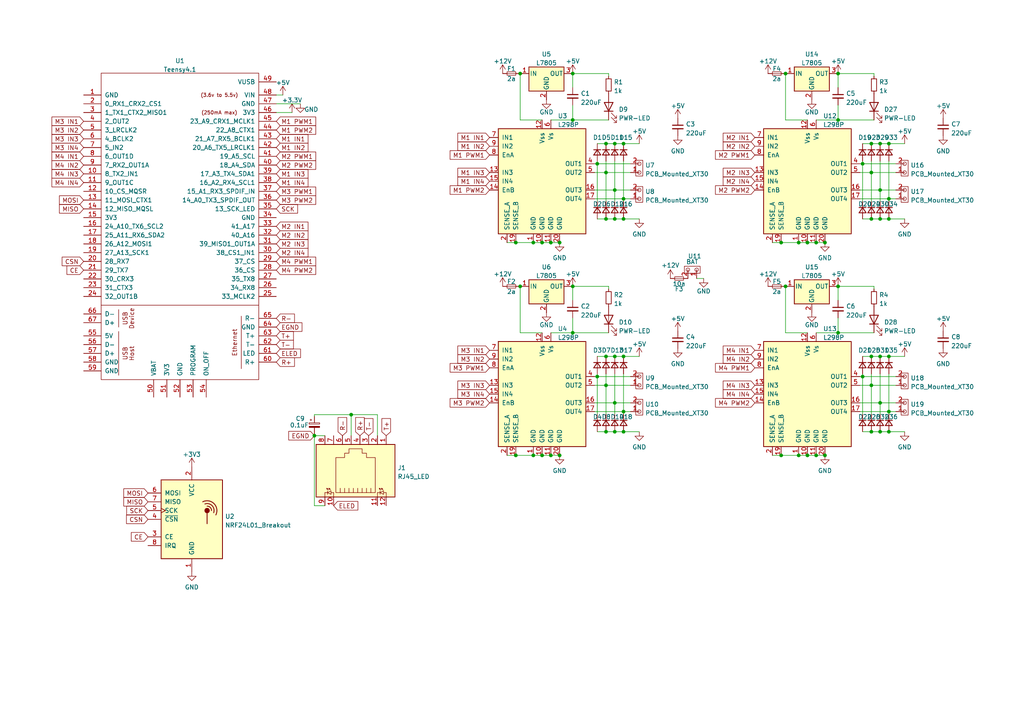
<source format=kicad_sch>
(kicad_sch (version 20211123) (generator eeschema)
  (paper "A4")
  (junction (at 159.766 132.08))
  (junction (at 175.768 50.038))
  (junction (at 250.19 109.22))
  (junction (at 175.768 63.5))
  (junction (at 252.73 50.038))
  (junction (at 257.81 63.5))
  (junction (at 149.606 132.08))
  (junction (at 173.228 47.498))
  (junction (at 226.568 70.358))
  (junction (at 180.848 63.5))
  (junction (at 255.27 125.222))
  (junction (at 257.81 125.222))
  (junction (at 234.188 70.358))
  (junction (at 180.848 119.38))
  (junction (at 236.728 70.358))
  (junction (at 175.768 103.378))
  (junction (at 243.078 83.058))
  (junction (at 178.308 125.222))
  (junction (at 159.766 70.358))
  (junction (at 166.116 96.52))
  (junction (at 255.27 55.118))
  (junction (at 154.686 70.358))
  (junction (at 227.838 83.058))
  (junction (at 178.308 103.378))
  (junction (at 178.308 55.118))
  (junction (at 252.73 125.222))
  (junction (at 180.848 125.222))
  (junction (at 252.73 103.378))
  (junction (at 243.078 96.52))
  (junction (at 226.568 132.08))
  (junction (at 180.848 57.658))
  (junction (at 175.768 41.656))
  (junction (at 243.078 21.336))
  (junction (at 166.116 83.058))
  (junction (at 166.116 21.336))
  (junction (at 255.27 116.84))
  (junction (at 178.308 63.5))
  (junction (at 239.268 132.08))
  (junction (at 250.19 47.498))
  (junction (at 234.188 132.08))
  (junction (at 252.73 63.5))
  (junction (at 236.728 132.08))
  (junction (at 178.308 41.656))
  (junction (at 255.27 41.656))
  (junction (at 173.228 109.22))
  (junction (at 178.308 116.84))
  (junction (at 231.648 132.08))
  (junction (at 162.306 70.358))
  (junction (at 150.876 83.058))
  (junction (at 239.268 70.358))
  (junction (at 162.306 132.08))
  (junction (at 255.27 103.378))
  (junction (at 257.81 57.658))
  (junction (at 175.768 125.222))
  (junction (at 101.854 120.269))
  (junction (at 243.078 34.798))
  (junction (at 227.838 21.336))
  (junction (at 257.81 41.656))
  (junction (at 166.116 34.798))
  (junction (at 157.226 70.358))
  (junction (at 154.686 132.08))
  (junction (at 257.81 103.378))
  (junction (at 149.606 70.358))
  (junction (at 91.186 126.365))
  (junction (at 150.876 21.336))
  (junction (at 257.81 119.38))
  (junction (at 231.648 70.358))
  (junction (at 157.226 132.08))
  (junction (at 255.27 63.5))
  (junction (at 180.848 103.378))
  (junction (at 252.73 41.656))
  (junction (at 252.73 111.76))
  (junction (at 180.848 41.656))
  (junction (at 175.768 111.76))
  (wire (pts (xy 80.137 27.559) (xy 82.042 27.559)))
  (wire (pts (xy 172.466 55.118) (xy 178.308 55.118)))
  (wire (pts (xy 243.078 96.52) (xy 253.492 96.52)))
  (wire (pts (xy 257.81 57.658) (xy 259.842 57.658)))
  (wire (pts (xy 227.838 34.798) (xy 227.838 21.336)))
  (wire (pts (xy 243.078 21.336) (xy 253.492 21.336)))
  (wire (pts (xy 255.27 55.118) (xy 255.27 58.42)))
  (wire (pts (xy 157.226 34.798) (xy 150.876 34.798)))
  (wire (pts (xy 80.137 30.099) (xy 87.122 30.099)))
  (wire (pts (xy 175.768 125.222) (xy 178.308 125.222)))
  (wire (pts (xy 180.848 119.38) (xy 180.848 120.142)))
  (wire (pts (xy 253.492 21.336) (xy 253.492 22.098)))
  (wire (pts (xy 252.73 111.76) (xy 259.842 111.76)))
  (wire (pts (xy 176.53 21.336) (xy 176.53 22.098)))
  (wire (pts (xy 252.73 103.378) (xy 255.27 103.378)))
  (wire (pts (xy 175.768 108.458) (xy 175.768 111.76)))
  (wire (pts (xy 255.27 125.222) (xy 257.81 125.222)))
  (wire (pts (xy 166.116 21.336) (xy 166.116 25.4)))
  (wire (pts (xy 172.466 57.658) (xy 180.848 57.658)))
  (wire (pts (xy 173.228 47.498) (xy 182.88 47.498)))
  (wire (pts (xy 252.73 41.656) (xy 255.27 41.656)))
  (wire (pts (xy 154.686 132.08) (xy 157.226 132.08)))
  (wire (pts (xy 236.728 70.358) (xy 239.268 70.358)))
  (wire (pts (xy 243.078 34.798) (xy 253.492 34.798)))
  (wire (pts (xy 231.648 70.358) (xy 234.188 70.358)))
  (wire (pts (xy 173.228 46.736) (xy 173.228 47.498)))
  (wire (pts (xy 234.188 132.08) (xy 236.728 132.08)))
  (wire (pts (xy 250.19 41.656) (xy 252.73 41.656)))
  (wire (pts (xy 173.228 63.5) (xy 175.768 63.5)))
  (wire (pts (xy 243.078 30.48) (xy 243.078 34.798)))
  (wire (pts (xy 159.766 34.798) (xy 166.116 34.798)))
  (wire (pts (xy 173.228 109.22) (xy 182.88 109.22)))
  (wire (pts (xy 252.73 108.458) (xy 252.73 111.76)))
  (wire (pts (xy 172.466 111.76) (xy 175.768 111.76)))
  (wire (pts (xy 150.876 34.798) (xy 150.876 21.336)))
  (wire (pts (xy 243.078 21.336) (xy 243.078 25.4)))
  (wire (pts (xy 227.838 96.52) (xy 227.838 83.058)))
  (wire (pts (xy 180.848 57.658) (xy 180.848 58.42)))
  (wire (pts (xy 255.27 46.736) (xy 255.27 55.118)))
  (wire (pts (xy 173.228 125.222) (xy 175.768 125.222)))
  (wire (pts (xy 249.428 55.118) (xy 255.27 55.118)))
  (wire (pts (xy 109.474 120.269) (xy 109.474 126.365)))
  (wire (pts (xy 157.226 96.52) (xy 150.876 96.52)))
  (wire (pts (xy 175.768 41.656) (xy 178.308 41.656)))
  (wire (pts (xy 157.226 132.08) (xy 159.766 132.08)))
  (wire (pts (xy 180.848 63.5) (xy 185.42 63.5)))
  (wire (pts (xy 180.848 57.658) (xy 182.88 57.658)))
  (wire (pts (xy 249.428 119.38) (xy 257.81 119.38)))
  (wire (pts (xy 252.73 46.736) (xy 252.73 50.038)))
  (wire (pts (xy 178.308 55.118) (xy 178.308 58.42)))
  (wire (pts (xy 172.466 109.22) (xy 173.228 109.22)))
  (wire (pts (xy 178.308 46.736) (xy 178.308 55.118)))
  (wire (pts (xy 226.568 132.08) (xy 231.648 132.08)))
  (wire (pts (xy 154.686 70.358) (xy 157.226 70.358)))
  (wire (pts (xy 202.057 80.772) (xy 204.089 80.772)))
  (wire (pts (xy 250.19 46.736) (xy 250.19 47.498)))
  (wire (pts (xy 172.466 47.498) (xy 173.228 47.498)))
  (wire (pts (xy 250.19 103.378) (xy 252.73 103.378)))
  (wire (pts (xy 150.876 96.52) (xy 150.876 83.058)))
  (wire (pts (xy 175.768 63.5) (xy 178.308 63.5)))
  (wire (pts (xy 224.028 132.08) (xy 226.568 132.08)))
  (wire (pts (xy 257.81 57.658) (xy 257.81 58.42)))
  (wire (pts (xy 255.27 116.84) (xy 259.842 116.84)))
  (wire (pts (xy 243.078 83.058) (xy 243.078 87.122)))
  (wire (pts (xy 249.428 47.498) (xy 250.19 47.498)))
  (wire (pts (xy 250.19 63.5) (xy 252.73 63.5)))
  (wire (pts (xy 178.308 103.378) (xy 180.848 103.378)))
  (wire (pts (xy 166.116 83.058) (xy 176.53 83.058)))
  (wire (pts (xy 252.73 125.222) (xy 255.27 125.222)))
  (wire (pts (xy 175.768 103.378) (xy 178.308 103.378)))
  (wire (pts (xy 249.428 50.038) (xy 252.73 50.038)))
  (wire (pts (xy 234.188 70.358) (xy 236.728 70.358)))
  (wire (pts (xy 178.308 55.118) (xy 182.88 55.118)))
  (wire (pts (xy 257.81 119.38) (xy 257.81 120.142)))
  (wire (pts (xy 175.768 50.038) (xy 182.88 50.038)))
  (wire (pts (xy 234.188 96.52) (xy 227.838 96.52)))
  (wire (pts (xy 180.848 119.38) (xy 182.88 119.38)))
  (wire (pts (xy 178.308 108.458) (xy 178.308 116.84)))
  (wire (pts (xy 166.116 21.336) (xy 176.53 21.336)))
  (wire (pts (xy 231.648 132.08) (xy 234.188 132.08)))
  (wire (pts (xy 255.27 103.378) (xy 257.81 103.378)))
  (wire (pts (xy 250.19 108.458) (xy 250.19 109.22)))
  (wire (pts (xy 178.308 125.222) (xy 180.848 125.222)))
  (wire (pts (xy 250.19 47.498) (xy 250.19 58.42)))
  (wire (pts (xy 178.308 63.5) (xy 180.848 63.5)))
  (wire (pts (xy 257.81 119.38) (xy 259.842 119.38)))
  (wire (pts (xy 175.768 111.76) (xy 182.88 111.76)))
  (wire (pts (xy 236.728 96.52) (xy 243.078 96.52)))
  (wire (pts (xy 236.728 132.08) (xy 239.268 132.08)))
  (wire (pts (xy 180.848 108.458) (xy 180.848 119.38)))
  (wire (pts (xy 166.116 34.798) (xy 176.53 34.798)))
  (wire (pts (xy 149.606 132.08) (xy 154.686 132.08)))
  (wire (pts (xy 94.234 146.685) (xy 91.186 146.685)))
  (wire (pts (xy 173.228 47.498) (xy 173.228 58.42)))
  (wire (pts (xy 252.73 111.76) (xy 252.73 120.142)))
  (wire (pts (xy 257.81 103.378) (xy 262.382 103.378)))
  (wire (pts (xy 149.606 70.358) (xy 154.686 70.358)))
  (wire (pts (xy 159.766 96.52) (xy 166.116 96.52)))
  (wire (pts (xy 91.186 126.365) (xy 94.234 126.365)))
  (wire (pts (xy 255.27 55.118) (xy 259.842 55.118)))
  (wire (pts (xy 180.848 41.656) (xy 185.42 41.656)))
  (wire (pts (xy 257.81 63.5) (xy 262.382 63.5)))
  (wire (pts (xy 91.186 125.857) (xy 91.186 126.365)))
  (wire (pts (xy 159.766 70.358) (xy 162.306 70.358)))
  (wire (pts (xy 255.27 63.5) (xy 257.81 63.5)))
  (wire (pts (xy 175.768 46.736) (xy 175.768 50.038)))
  (wire (pts (xy 175.768 111.76) (xy 175.768 120.142)))
  (wire (pts (xy 249.428 109.22) (xy 250.19 109.22)))
  (wire (pts (xy 255.27 116.84) (xy 255.27 120.142)))
  (wire (pts (xy 257.81 46.736) (xy 257.81 57.658)))
  (wire (pts (xy 166.116 83.058) (xy 166.116 87.122)))
  (wire (pts (xy 175.768 50.038) (xy 175.768 58.42)))
  (wire (pts (xy 243.078 83.058) (xy 253.492 83.058)))
  (wire (pts (xy 173.228 109.22) (xy 173.228 120.142)))
  (wire (pts (xy 236.728 34.798) (xy 243.078 34.798)))
  (wire (pts (xy 180.848 125.222) (xy 185.42 125.222)))
  (wire (pts (xy 91.186 120.269) (xy 101.854 120.269)))
  (wire (pts (xy 166.116 92.202) (xy 166.116 96.52)))
  (wire (pts (xy 243.078 92.202) (xy 243.078 96.52)))
  (wire (pts (xy 250.19 125.222) (xy 252.73 125.222)))
  (wire (pts (xy 91.186 120.269) (xy 91.186 120.777)))
  (wire (pts (xy 178.308 116.84) (xy 182.88 116.84)))
  (wire (pts (xy 252.73 63.5) (xy 255.27 63.5)))
  (wire (pts (xy 250.19 47.498) (xy 259.842 47.498)))
  (wire (pts (xy 249.428 111.76) (xy 252.73 111.76)))
  (wire (pts (xy 157.226 70.358) (xy 159.766 70.358)))
  (wire (pts (xy 249.428 57.658) (xy 257.81 57.658)))
  (wire (pts (xy 166.116 30.48) (xy 166.116 34.798)))
  (wire (pts (xy 172.466 116.84) (xy 178.308 116.84)))
  (wire (pts (xy 226.568 70.358) (xy 231.648 70.358)))
  (wire (pts (xy 255.27 108.458) (xy 255.27 116.84)))
  (wire (pts (xy 173.228 108.458) (xy 173.228 109.22)))
  (wire (pts (xy 257.81 108.458) (xy 257.81 119.38)))
  (wire (pts (xy 166.116 96.52) (xy 176.53 96.52)))
  (wire (pts (xy 147.066 70.358) (xy 149.606 70.358)))
  (wire (pts (xy 180.848 103.378) (xy 185.42 103.378)))
  (wire (pts (xy 178.308 41.656) (xy 180.848 41.656)))
  (wire (pts (xy 147.066 132.08) (xy 149.606 132.08)))
  (wire (pts (xy 255.27 41.656) (xy 257.81 41.656)))
  (wire (pts (xy 178.308 116.84) (xy 178.308 120.142)))
  (wire (pts (xy 250.19 109.22) (xy 259.842 109.22)))
  (wire (pts (xy 234.188 34.798) (xy 227.838 34.798)))
  (wire (pts (xy 250.19 109.22) (xy 250.19 120.142)))
  (wire (pts (xy 224.028 70.358) (xy 226.568 70.358)))
  (wire (pts (xy 172.466 50.038) (xy 175.768 50.038)))
  (wire (pts (xy 80.137 32.639) (xy 84.709 32.639)))
  (wire (pts (xy 173.228 103.378) (xy 175.768 103.378)))
  (wire (pts (xy 252.73 50.038) (xy 259.842 50.038)))
  (wire (pts (xy 172.466 119.38) (xy 180.848 119.38)))
  (wire (pts (xy 176.53 83.058) (xy 176.53 83.82)))
  (wire (pts (xy 91.186 146.685) (xy 91.186 126.365)))
  (wire (pts (xy 253.492 83.058) (xy 253.492 83.82)))
  (wire (pts (xy 101.854 120.269) (xy 101.854 126.365)))
  (wire (pts (xy 257.81 125.222) (xy 262.382 125.222)))
  (wire (pts (xy 180.848 46.736) (xy 180.848 57.658)))
  (wire (pts (xy 249.428 116.84) (xy 255.27 116.84)))
  (wire (pts (xy 101.854 120.269) (xy 109.474 120.269)))
  (wire (pts (xy 252.73 50.038) (xy 252.73 58.42)))
  (wire (pts (xy 173.228 41.656) (xy 175.768 41.656)))
  (wire (pts (xy 257.81 41.656) (xy 262.382 41.656)))
  (wire (pts (xy 159.766 132.08) (xy 162.306 132.08)))
  (global_label "M2 IN4" (shape input) (at 218.948 52.578 180) (property "Intersheet References" "${INTERSHEET_REFS}" (effects hide)))
  (global_label "M1 IN3" (shape input) (at 80.137 50.419 0) (property "Intersheet References" "${INTERSHEET_REFS}" (effects hide)))
  (global_label "M3 IN4" (shape input) (at 141.986 114.3 180) (property "Intersheet References" "${INTERSHEET_REFS}" (effects hide)))
  (global_label "M3 PWM2" (shape input) (at 141.986 116.84 180) (property "Intersheet References" "${INTERSHEET_REFS}" (effects hide)))
  (global_label "M4 IN4" (shape input) (at 24.257 52.959 180) (property "Intersheet References" "${INTERSHEET_REFS}" (effects hide)))
  (global_label "M2 IN3" (shape input) (at 218.948 50.038 180) (property "Intersheet References" "${INTERSHEET_REFS}" (effects hide)))
  (global_label "M3 PWM2" (shape input) (at 80.137 58.039 0) (property "Intersheet References" "${INTERSHEET_REFS}" (effects hide)))
  (global_label "M2 IN1" (shape input) (at 80.137 65.659 0) (property "Intersheet References" "${INTERSHEET_REFS}" (effects hide)))
  (global_label "M2 IN4" (shape input) (at 80.137 73.279 0) (property "Intersheet References" "${INTERSHEET_REFS}" (effects hide)))
  (global_label "CSN" (shape input) (at 42.926 150.622 180) (property "Intersheet References" "${INTERSHEET_REFS}" (effects hide)))
  (global_label "M4 IN1" (shape input) (at 218.948 101.6 180) (property "Intersheet References" "${INTERSHEET_REFS}" (effects hide)))
  (global_label "M1 IN1" (shape input) (at 80.137 40.259 0) (property "Intersheet References" "${INTERSHEET_REFS}" (effects hide)))
  (global_label "M2 PWM2" (shape input) (at 80.137 47.879 0) (property "Intersheet References" "${INTERSHEET_REFS}" (effects hide)))
  (global_label "T-" (shape input) (at 80.137 99.949 0) (property "Intersheet References" "${INTERSHEET_REFS}" (effects hide)))
  (global_label "M1 PWM1" (shape input) (at 141.986 44.958 180) (property "Intersheet References" "${INTERSHEET_REFS}" (effects hide)))
  (global_label "M1 IN2" (shape input) (at 141.986 42.418 180) (property "Intersheet References" "${INTERSHEET_REFS}" (effects hide)))
  (global_label "M2 IN3" (shape input) (at 80.137 70.739 0) (property "Intersheet References" "${INTERSHEET_REFS}" (effects hide)))
  (global_label "M2 PWM1" (shape input) (at 80.137 45.339 0) (property "Intersheet References" "${INTERSHEET_REFS}" (effects hide)))
  (global_label "M4 PWM1" (shape input) (at 218.948 106.68 180) (property "Intersheet References" "${INTERSHEET_REFS}" (effects hide)))
  (global_label "M4 PWM2" (shape input) (at 218.948 116.84 180) (property "Intersheet References" "${INTERSHEET_REFS}" (effects hide)))
  (global_label "M4 IN3" (shape input) (at 24.257 50.419 180) (property "Intersheet References" "${INTERSHEET_REFS}" (effects hide)))
  (global_label "M1 IN4" (shape input) (at 141.986 52.578 180) (property "Intersheet References" "${INTERSHEET_REFS}" (effects hide)))
  (global_label "M4 PWM1" (shape input) (at 80.137 75.819 0) (property "Intersheet References" "${INTERSHEET_REFS}" (effects hide)))
  (global_label "M2 IN2" (shape input) (at 80.137 68.199 0) (property "Intersheet References" "${INTERSHEET_REFS}" (effects hide)))
  (global_label "M2 IN2" (shape input) (at 218.948 42.418 180) (property "Intersheet References" "${INTERSHEET_REFS}" (effects hide)))
  (global_label "CE" (shape input) (at 24.257 78.359 180) (property "Intersheet References" "${INTERSHEET_REFS}" (effects hide)))
  (global_label "M1 IN4" (shape input) (at 80.137 52.959 0) (property "Intersheet References" "${INTERSHEET_REFS}" (effects hide)))
  (global_label "MISO" (shape input) (at 42.926 145.542 180) (property "Intersheet References" "${INTERSHEET_REFS}" (effects hide)))
  (global_label "M2 PWM1" (shape input) (at 218.948 44.958 180) (property "Intersheet References" "${INTERSHEET_REFS}" (effects hide)))
  (global_label "M2 IN1" (shape input) (at 218.948 39.878 180) (property "Intersheet References" "${INTERSHEET_REFS}" (effects hide)))
  (global_label "EGND" (shape input) (at 80.137 94.869 0) (property "Intersheet References" "${INTERSHEET_REFS}" (effects hide)))
  (global_label "M4 IN1" (shape input) (at 24.257 45.339 180) (property "Intersheet References" "${INTERSHEET_REFS}" (effects hide)))
  (global_label "M1 PWM1" (shape input) (at 80.137 35.179 0) (property "Intersheet References" "${INTERSHEET_REFS}" (effects hide)))
  (global_label "R+" (shape input) (at 80.137 105.029 0) (property "Intersheet References" "${INTERSHEET_REFS}" (effects hide)))
  (global_label "M3 IN3" (shape input) (at 141.986 111.76 180) (property "Intersheet References" "${INTERSHEET_REFS}" (effects hide)))
  (global_label "MOSI" (shape input) (at 42.926 143.002 180) (property "Intersheet References" "${INTERSHEET_REFS}" (effects hide)))
  (global_label "MOSI" (shape input) (at 24.257 58.039 180) (property "Intersheet References" "${INTERSHEET_REFS}" (effects hide)))
  (global_label "T-" (shape input) (at 106.934 126.365 90) (property "Intersheet References" "${INTERSHEET_REFS}" (effects hide)))
  (global_label "M2 PWM2" (shape input) (at 218.948 55.118 180) (property "Intersheet References" "${INTERSHEET_REFS}" (effects hide)))
  (global_label "M4 IN2" (shape input) (at 218.948 104.14 180) (property "Intersheet References" "${INTERSHEET_REFS}" (effects hide)))
  (global_label "SCK" (shape input) (at 42.926 148.082 180) (property "Intersheet References" "${INTERSHEET_REFS}" (effects hide)))
  (global_label "M1 IN3" (shape input) (at 141.986 50.038 180) (property "Intersheet References" "${INTERSHEET_REFS}" (effects hide)))
  (global_label "M1 PWM2" (shape input) (at 141.986 55.118 180) (property "Intersheet References" "${INTERSHEET_REFS}" (effects hide)))
  (global_label "M3 IN2" (shape input) (at 141.986 104.14 180) (property "Intersheet References" "${INTERSHEET_REFS}" (effects hide)))
  (global_label "R-" (shape input) (at 80.137 92.329 0) (property "Intersheet References" "${INTERSHEET_REFS}" (effects hide)))
  (global_label "M4 PWM2" (shape input) (at 80.137 78.359 0) (property "Intersheet References" "${INTERSHEET_REFS}" (effects hide)))
  (global_label "CE" (shape input) (at 42.926 155.702 180) (property "Intersheet References" "${INTERSHEET_REFS}" (effects hide)))
  (global_label "M3 IN2" (shape input) (at 24.257 37.719 180) (property "Intersheet References" "${INTERSHEET_REFS}" (effects hide)))
  (global_label "M3 PWM1" (shape input) (at 80.137 55.499 0) (property "Intersheet References" "${INTERSHEET_REFS}" (effects hide)))
  (global_label "ELED" (shape input) (at 80.137 102.489 0) (property "Intersheet References" "${INTERSHEET_REFS}" (effects hide)))
  (global_label "M4 IN2" (shape input) (at 24.257 47.879 180) (property "Intersheet References" "${INTERSHEET_REFS}" (effects hide)))
  (global_label "R-" (shape input) (at 99.314 126.365 90) (property "Intersheet References" "${INTERSHEET_REFS}" (effects hide)))
  (global_label "M4 IN4" (shape input) (at 218.948 114.3 180) (property "Intersheet References" "${INTERSHEET_REFS}" (effects hide)))
  (global_label "M3 IN1" (shape input) (at 141.986 101.6 180) (property "Intersheet References" "${INTERSHEET_REFS}" (effects hide)))
  (global_label "T+" (shape input) (at 112.014 126.365 90) (property "Intersheet References" "${INTERSHEET_REFS}" (effects hide)))
  (global_label "R+" (shape input) (at 104.394 126.365 90) (property "Intersheet References" "${INTERSHEET_REFS}" (effects hide)))
  (global_label "M3 PWM1" (shape input) (at 141.986 106.68 180) (property "Intersheet References" "${INTERSHEET_REFS}" (effects hide)))
  (global_label "EGND" (shape input) (at 91.186 126.365 180) (property "Intersheet References" "${INTERSHEET_REFS}" (effects hide)))
  (global_label "ELED" (shape input) (at 96.774 146.685 0) (property "Intersheet References" "${INTERSHEET_REFS}" (effects hide)))
  (global_label "MISO" (shape input) (at 24.257 60.579 180) (property "Intersheet References" "${INTERSHEET_REFS}" (effects hide)))
  (global_label "M3 IN3" (shape input) (at 24.257 40.259 180) (property "Intersheet References" "${INTERSHEET_REFS}" (effects hide)))
  (global_label "SCK" (shape input) (at 80.137 60.579 0) (property "Intersheet References" "${INTERSHEET_REFS}" (effects hide)))
  (global_label "CSN" (shape input) (at 24.257 75.819 180) (property "Intersheet References" "${INTERSHEET_REFS}" (effects hide)))
  (global_label "M1 PWM2" (shape input) (at 80.137 37.719 0) (property "Intersheet References" "${INTERSHEET_REFS}" (effects hide)))
  (global_label "T+" (shape input) (at 80.137 97.409 0) (property "Intersheet References" "${INTERSHEET_REFS}" (effects hide)))
  (global_label "M3 IN1" (shape input) (at 24.257 35.179 180) (property "Intersheet References" "${INTERSHEET_REFS}" (effects hide)))
  (global_label "M1 IN2" (shape input) (at 80.137 42.799 0) (property "Intersheet References" "${INTERSHEET_REFS}" (effects hide)))
  (global_label "M4 IN3" (shape input) (at 218.948 111.76 180) (property "Intersheet References" "${INTERSHEET_REFS}" (effects hide)))
  (global_label "M1 IN1" (shape input) (at 141.986 39.878 180) (property "Intersheet References" "${INTERSHEET_REFS}" (effects hide)))
  (global_label "M3 IN4" (shape input) (at 24.257 42.799 180) (property "Intersheet References" "${INTERSHEET_REFS}" (effects hide)))
  (symbol (lib_id "Device:D_Small") (at 178.308 105.918 270) (unit 1)
    (property "Reference" "D13" (at 177.038 101.6 90) (effects (justify left)))
    (property "Value" " " (at 180.086 107.6202 90) (effects (justify left)))
    (property "Footprint" "Diode_THT:D_DO-41_SOD81_P7.62mm_Horizontal" (effects hide))
  )
  (symbol (lib_id "Device:C_Small") (at 243.078 27.94 0) (unit 1)
    (property "Reference" "C5" (at 245.4021 27.1116 0) (effects (justify left)))
    (property "Value" "220uF" (at 245.364 29.718 0) (effects (justify left)))
    (property "Footprint" "Capacitor_THT:CP_Radial_D8.0mm_P3.50mm" (effects hide))
  )
  (symbol (lib_id "Driver_Motor:L298P") (at 157.226 114.3 0) (unit 1)
    (property "Reference" "U4" (at 161.7854 95.3602 0) (effects (justify left)))
    (property "Value" "L298P" (at 161.7854 97.8971 0) (effects (justify left)))
    (property "Footprint" "L298P:L298P" (effects hide))
    (property "Datasheet" "http://www.st.com/st-web-ui/static/active/en/resource/technical/document/datasheet/CD00000240.pdf" (effects hide))
  )
  (symbol (lib_id "power:+5V") (at 243.078 83.058 0) (unit 1)
    (property "Reference" "#PWR031" (effects hide))
    (property "Value" "+5V" (at 243.078 79.4822 0))
  )
  (symbol (lib_id "Device:D_Small") (at 173.228 60.96 270) (unit 1)
    (property "Reference" "D2" (at 171.958 59.182 90) (effects (justify left)))
    (property "Value" " " (at 175.006 62.6622 90) (effects (justify left)))
    (property "Footprint" "Diode_THT:D_DO-41_SOD81_P7.62mm_Horizontal" (effects hide))
  )
  (symbol (lib_id "power:GND") (at 185.42 125.222 0) (unit 1)
    (property "Reference" "#PWR017" (effects hide))
    (property "Value" "GND" (at 185.42 129.6654 0))
  )
  (symbol (lib_id "Device:D_Small") (at 255.27 105.918 270) (unit 1)
    (property "Reference" "D31" (at 254 101.6 90) (effects (justify left)))
    (property "Value" " " (at 257.048 107.6202 90) (effects (justify left)))
    (property "Footprint" "Diode_THT:D_DO-41_SOD81_P7.62mm_Horizontal" (effects hide))
  )
  (symbol (lib_id "power:GND") (at 196.596 101.092 0) (unit 1)
    (property "Reference" "#PWR022" (effects hide))
    (property "Value" "GND" (at 196.596 105.5354 0))
  )
  (symbol (lib_id "Device:C_Small") (at 273.558 36.83 0) (unit 1)
    (property "Reference" "C7" (at 275.8821 36.0016 0) (effects (justify left)))
    (property "Value" "220uF" (at 275.844 38.608 0) (effects (justify left)))
    (property "Footprint" "Capacitor_THT:CP_Radial_D8.0mm_P3.50mm" (effects hide))
  )
  (symbol (lib_id "Device:C_Small") (at 243.078 89.662 0) (unit 1)
    (property "Reference" "C6" (at 245.4021 88.8336 0) (effects (justify left)))
    (property "Value" "220uF" (at 245.364 91.44 0) (effects (justify left)))
    (property "Footprint" "Capacitor_THT:CP_Radial_D8.0mm_P3.50mm" (effects hide))
  )
  (symbol (lib_id "Device:LED") (at 253.492 92.71 90) (unit 1)
    (property "Reference" "D28" (at 256.413 93.4628 90) (effects (justify right)))
    (property "Value" "PWR-LED" (at 256.413 95.9997 90) (effects (justify right)))
    (property "Footprint" "LED_THT:LED_D5.0mm" (effects hide))
  )
  (symbol (lib_id "Device:Fuse_Small") (at 148.336 83.058 0) (unit 1)
    (property "Reference" "F2" (at 148.336 81.661 0))
    (property "Value" "2a" (at 148.336 84.582 0))
    (property "Footprint" "Fuse:Fuseholder_Cylinder-5x20mm_Schurter_0031_8201_Horizontal_Open" (effects hide))
  )
  (symbol (lib_id "Device:D_Small") (at 250.19 44.196 270) (unit 1)
    (property "Reference" "D19" (at 248.92 39.878 90) (effects (justify left)))
    (property "Value" " " (at 251.968 45.8982 90) (effects (justify left)))
    (property "Footprint" "Diode_THT:D_DO-41_SOD81_P7.62mm_Horizontal" (effects hide))
  )
  (symbol (lib_id "Device:D_Small") (at 178.308 122.682 270) (unit 1)
    (property "Reference" "D14" (at 177.038 120.904 90) (effects (justify left)))
    (property "Value" " " (at 180.086 124.3842 90) (effects (justify left)))
    (property "Footprint" "Diode_THT:D_DO-41_SOD81_P7.62mm_Horizontal" (effects hide))
  )
  (symbol (lib_id "power:+5V") (at 196.596 34.29 0) (unit 1)
    (property "Reference" "#PWR019" (effects hide))
    (property "Value" "+5V" (at 196.596 30.7142 0))
  )
  (symbol (lib_id "power:GND") (at 239.268 132.08 0) (unit 1)
    (property "Reference" "#PWR0102" (effects hide))
    (property "Value" "GND" (at 239.268 136.5234 0))
  )
  (symbol (lib_id "Device:D_Small") (at 252.73 105.918 270) (unit 1)
    (property "Reference" "D25" (at 251.46 101.6 90) (effects (justify left)))
    (property "Value" " " (at 254.508 107.6202 90) (effects (justify left)))
    (property "Footprint" "Diode_THT:D_DO-41_SOD81_P7.62mm_Horizontal" (effects hide))
  )
  (symbol (lib_id "Device:D_Small") (at 180.848 122.682 270) (unit 1)
    (property "Reference" "D18" (at 179.578 120.904 90) (effects (justify left)))
    (property "Value" " " (at 182.626 124.3842 90) (effects (justify left)))
    (property "Footprint" "Diode_THT:D_DO-41_SOD81_P7.62mm_Horizontal" (effects hide))
  )
  (symbol (lib_id "Device:D_Small") (at 250.19 105.918 270) (unit 1)
    (property "Reference" "D21" (at 248.92 101.6 90) (effects (justify left)))
    (property "Value" " " (at 251.968 107.6202 90) (effects (justify left)))
    (property "Footprint" "Diode_THT:D_DO-41_SOD81_P7.62mm_Horizontal" (effects hide))
  )
  (symbol (lib_id "power:+5V") (at 196.596 96.012 0) (unit 1)
    (property "Reference" "#PWR021" (effects hide))
    (property "Value" "+5V" (at 196.596 92.4362 0))
  )
  (symbol (lib_id "Device:C_Small") (at 196.596 98.552 0) (unit 1)
    (property "Reference" "C4" (at 198.9201 97.7236 0) (effects (justify left)))
    (property "Value" "220uF" (at 198.882 100.33 0) (effects (justify left)))
    (property "Footprint" "Capacitor_THT:CP_Radial_D8.0mm_P3.50mm" (effects hide))
  )
  (symbol (lib_id "power:GND") (at 273.558 39.37 0) (unit 1)
    (property "Reference" "#PWR037" (effects hide))
    (property "Value" "GND" (at 273.558 43.8134 0))
  )
  (symbol (lib_id "power:GND") (at 185.42 63.5 0) (unit 1)
    (property "Reference" "#PWR015" (effects hide))
    (property "Value" "GND" (at 185.42 67.9434 0))
  )
  (symbol (lib_id "power:GND") (at 262.382 63.5 0) (unit 1)
    (property "Reference" "#PWR033" (effects hide))
    (property "Value" "GND" (at 262.382 67.9434 0))
  )
  (symbol (lib_id "power:+5V") (at 262.382 103.378 0) (unit 1)
    (property "Reference" "#PWR034" (effects hide))
    (property "Value" "+5V" (at 262.382 99.8022 0))
  )
  (symbol (lib_id "power:+12V") (at 145.796 83.058 0) (unit 1)
    (property "Reference" "#PWR07" (effects hide))
    (property "Value" "+12V" (at 145.796 79.4822 0))
  )
  (symbol (lib_id "Device:D_Small") (at 175.768 122.682 270) (unit 1)
    (property "Reference" "D8" (at 174.498 120.904 90) (effects (justify left)))
    (property "Value" " " (at 177.546 124.3842 90) (effects (justify left)))
    (property "Footprint" "Diode_THT:D_DO-41_SOD81_P7.62mm_Horizontal" (effects hide))
  )
  (symbol (lib_id "Device:R_Small") (at 253.492 86.36 0) (unit 1)
    (property "Reference" "R4" (at 254.9906 85.5253 0) (effects (justify left)))
    (property "Value" "1k" (at 254.9906 88.0622 0) (effects (justify left)))
    (property "Footprint" "Resistor_SMD:R_0805_2012Metric_Pad1.20x1.40mm_HandSolder" (effects hide))
  )
  (symbol (lib_id "power:GND") (at 235.458 90.678 0) (unit 1)
    (property "Reference" "#PWR029" (effects hide))
    (property "Value" "GND" (at 235.458 94.234 0))
  )
  (symbol (lib_id "Device:C_Polarized_Small") (at 91.186 123.317 0) (unit 1)
    (property "Reference" "C9" (at 85.725 121.412 0) (effects (justify left)))
    (property "Value" "0.1uF" (at 84.074 123.317 0) (effects (justify left)))
    (property "Footprint" "Diode_THT:D_DO-41_SOD81_P7.62mm_Horizontal" (effects hide))
  )
  (symbol (lib_id "Device:C_Small") (at 273.558 98.552 0) (unit 1)
    (property "Reference" "C8" (at 275.8821 97.7236 0) (effects (justify left)))
    (property "Value" "220uF" (at 275.844 100.33 0) (effects (justify left)))
    (property "Footprint" "Diode_THT:D_DO-41_SOD81_P7.62mm_Horizontal" (effects hide))
  )
  (symbol (lib_id "power:GND") (at 196.596 39.37 0) (unit 1)
    (property "Reference" "#PWR020" (effects hide))
    (property "Value" "GND" (at 196.596 43.8134 0))
  )
  (symbol (lib_id "Device:D_Small") (at 178.308 60.96 270) (unit 1)
    (property "Reference" "D12" (at 177.038 59.182 90) (effects (justify left)))
    (property "Value" " " (at 180.086 62.6622 90) (effects (justify left)))
    (property "Footprint" "Diode_THT:D_DO-41_SOD81_P7.62mm_Horizontal" (effects hide))
  )
  (symbol (lib_id "Device:C_Small") (at 166.116 27.94 0) (unit 1)
    (property "Reference" "C1" (at 168.4401 27.1116 0) (effects (justify left)))
    (property "Value" "220uF" (at 168.402 29.718 0) (effects (justify left)))
    (property "Footprint" "Capacitor_THT:CP_Radial_D8.0mm_P3.50mm" (effects hide))
  )
  (symbol (lib_id "Device:LED") (at 176.53 92.71 90) (unit 1)
    (property "Reference" "D10" (at 179.451 93.4628 90) (effects (justify right)))
    (property "Value" "PWR-LED" (at 179.451 95.9997 90) (effects (justify right)))
    (property "Footprint" "LED_THT:LED_D5.0mm" (effects hide))
  )
  (symbol (lib_id "power:+12V") (at 194.437 80.772 0) (unit 1)
    (property "Reference" "#PWR018" (effects hide))
    (property "Value" "+12V" (at 194.437 76.962 0))
  )
  (symbol (lib_id "Regulator_Linear:L7805") (at 235.458 83.058 0) (unit 1)
    (property "Reference" "U15" (at 235.458 77.4532 0))
    (property "Value" "L7805" (at 235.458 79.9901 0))
    (property "Footprint" "L7805CV:STMicroelectronics-TO-220-3-0-0-0" (effects hide))
    (property "Datasheet" "http://www.st.com/content/ccc/resource/technical/document/datasheet/41/4f/b3/b0/12/d4/47/88/CD00000444.pdf/files/CD00000444.pdf/jcr:content/translations/en.CD00000444.pdf" (effects hide))
  )
  (symbol (lib_id "Device:D_Small") (at 250.19 122.682 270) (unit 1)
    (property "Reference" "D22" (at 248.92 120.904 90) (effects (justify left)))
    (property "Value" " " (at 251.968 124.3842 90) (effects (justify left)))
    (property "Footprint" "Diode_THT:D_DO-41_SOD81_P7.62mm_Horizontal" (effects hide))
  )
  (symbol (lib_id "Device:D_Small") (at 252.73 122.682 270) (unit 1)
    (property "Reference" "D26" (at 251.46 120.904 90) (effects (justify left)))
    (property "Value" " " (at 254.508 124.3842 90) (effects (justify left)))
    (property "Footprint" "Diode_THT:D_DO-41_SOD81_P7.62mm_Horizontal" (effects hide))
  )
  (symbol (lib_id "Device:D_Small") (at 173.228 105.918 270) (unit 1)
    (property "Reference" "D3" (at 171.958 101.6 90) (effects (justify left)))
    (property "Value" " " (at 175.006 107.6202 90) (effects (justify left)))
    (property "Footprint" "Diode_THT:D_DO-41_SOD81_P7.62mm_Horizontal" (effects hide))
  )
  (symbol (lib_id "Driver_Motor:L298P") (at 234.188 52.578 0) (unit 1)
    (property "Reference" "U12" (at 238.7474 33.6382 0) (effects (justify left)))
    (property "Value" "L298P" (at 238.7474 36.1751 0) (effects (justify left)))
    (property "Footprint" "L298P:L298P" (effects hide))
    (property "Datasheet" "http://www.st.com/st-web-ui/static/active/en/resource/technical/document/datasheet/CD00000240.pdf" (effects hide))
  )
  (symbol (lib_id "Device:D_Small") (at 257.81 60.96 270) (unit 1)
    (property "Reference" "D34" (at 256.54 59.182 90) (effects (justify left)))
    (property "Value" " " (at 259.588 62.6622 90) (effects (justify left)))
    (property "Footprint" "Diode_THT:D_DO-41_SOD81_P7.62mm_Horizontal" (effects hide))
  )
  (symbol (lib_id "Device:LED") (at 176.53 30.988 90) (unit 1)
    (property "Reference" "D9" (at 179.451 31.7408 90) (effects (justify right)))
    (property "Value" "PWR-LED" (at 179.451 34.2777 90) (effects (justify right)))
    (property "Footprint" "LED_THT:LED_D5.0mm" (effects hide))
  )
  (symbol (lib_id "Device:D_Small") (at 250.19 60.96 270) (unit 1)
    (property "Reference" "D20" (at 248.92 59.182 90) (effects (justify left)))
    (property "Value" " " (at 251.968 62.6622 90) (effects (justify left)))
    (property "Footprint" "Diode_THT:D_DO-41_SOD81_P7.62mm_Horizontal" (effects hide))
  )
  (symbol (lib_id "Device:D_Small") (at 252.73 60.96 270) (unit 1)
    (property "Reference" "D24" (at 251.46 59.182 90) (effects (justify left)))
    (property "Value" " " (at 254.508 62.6622 90) (effects (justify left)))
    (property "Footprint" "Diode_THT:D_DO-41_SOD81_P7.62mm_Horizontal" (effects hide))
  )
  (symbol (lib_id "Device:D_Small") (at 257.81 44.196 270) (unit 1)
    (property "Reference" "D33" (at 256.54 39.878 90) (effects (justify left)))
    (property "Value" " " (at 259.588 45.8982 90) (effects (justify left)))
    (property "Footprint" "Diode_THT:D_DO-41_SOD81_P7.62mm_Horizontal" (effects hide))
  )
  (symbol (lib_id "power:+5V") (at 262.382 41.656 0) (unit 1)
    (property "Reference" "#PWR032" (effects hide))
    (property "Value" "+5V" (at 262.382 38.0802 0))
  )
  (symbol (lib_id "xt30:PCB_Mounted_XT30") (at 186.69 118.11 270) (unit 1)
    (property "Reference" "U10" (at 187.1472 117.2753 90) (effects (justify left)))
    (property "Value" "PCB_Mounted_XT30" (at 187.1472 119.8122 90) (effects (justify left)))
    (property "Footprint" "teensy:RightAngleXT30-M" (effects hide))
  )
  (symbol (lib_id "power:+5V") (at 273.558 96.012 0) (unit 1)
    (property "Reference" "#PWR038" (effects hide))
    (property "Value" "+5V" (at 273.558 92.4362 0))
  )
  (symbol (lib_id "xt30:PCB_Mounted_XT30") (at 263.652 48.768 270) (unit 1)
    (property "Reference" "U16" (at 264.1092 47.9333 90) (effects (justify left)))
    (property "Value" "PCB_Mounted_XT30" (at 264.1092 50.4702 90) (effects (justify left)))
    (property "Footprint" "teensy:RightAngleXT30-M" (effects hide))
  )
  (symbol (lib_id "Device:D_Small") (at 180.848 105.918 270) (unit 1)
    (property "Reference" "D17" (at 179.578 101.6 90) (effects (justify left)))
    (property "Value" " " (at 182.626 107.6202 90) (effects (justify left)))
    (property "Footprint" "Diode_THT:D_DO-41_SOD81_P7.62mm_Horizontal" (effects hide))
  )
  (symbol (lib_id "Device:C_Small") (at 166.116 89.662 0) (unit 1)
    (property "Reference" "C2" (at 168.4401 88.8336 0) (effects (justify left)))
    (property "Value" "220uF" (at 168.402 91.44 0) (effects (justify left)))
    (property "Footprint" "Capacitor_THT:CP_Radial_D8.0mm_P3.50mm" (effects hide))
  )
  (symbol (lib_id "Driver_Motor:L298P") (at 157.226 52.578 0) (unit 1)
    (property "Reference" "U3" (at 161.7854 33.6382 0) (effects (justify left)))
    (property "Value" "L298P" (at 161.7854 36.1751 0) (effects (justify left)))
    (property "Footprint" "L298P:L298P" (effects hide))
    (property "Datasheet" "http://www.st.com/st-web-ui/static/active/en/resource/technical/document/datasheet/CD00000240.pdf" (effects hide))
  )
  (symbol (lib_id "power:+12V") (at 145.796 21.336 0) (unit 1)
    (property "Reference" "#PWR06" (effects hide))
    (property "Value" "+12V" (at 145.796 17.7602 0))
  )
  (symbol (lib_id "power:+5V") (at 243.078 21.336 0) (unit 1)
    (property "Reference" "#PWR030" (effects hide))
    (property "Value" "+5V" (at 243.078 17.7602 0))
  )
  (symbol (lib_id "Device:Fuse_Small") (at 148.336 21.336 0) (unit 1)
    (property "Reference" "F1" (at 148.336 19.939 0))
    (property "Value" "2a" (at 148.336 22.86 0))
    (property "Footprint" "Fuse:Fuseholder_Cylinder-5x20mm_Schurter_0031_8201_Horizontal_Open" (effects hide))
  )
  (symbol (lib_id "teensy:Teensy4.1") (at 52.197 82.169 0) (unit 1)
    (property "Reference" "U1" (at 52.197 17.6362 0))
    (property "Value" "Teensy4.1" (at 52.197 20.1731 0))
    (property "Footprint" "teensy:Teensy41" (effects hide))
  )
  (symbol (lib_id "power:GND") (at 235.458 28.956 0) (unit 1)
    (property "Reference" "#PWR028" (effects hide))
    (property "Value" "GND" (at 235.458 32.512 0))
  )
  (symbol (lib_id "power:+5V") (at 166.116 21.336 0) (unit 1)
    (property "Reference" "#PWR012" (effects hide))
    (property "Value" "+5V" (at 166.116 17.7602 0))
  )
  (symbol (lib_id "Device:D_Small") (at 173.228 44.196 270) (unit 1)
    (property "Reference" "D1" (at 171.958 39.878 90) (effects (justify left)))
    (property "Value" " " (at 175.006 45.8982 90) (effects (justify left)))
    (property "Footprint" "Diode_THT:D_DO-41_SOD81_P7.62mm_Horizontal" (effects hide))
  )
  (symbol (lib_id "power:+5V") (at 82.042 27.559 0) (unit 1)
    (property "Reference" "#PWR01" (effects hide))
    (property "Value" "+5V" (at 82.042 23.9832 0))
  )
  (symbol (lib_id "xt30:PCB_Mounted_XT30") (at 263.652 110.49 270) (unit 1)
    (property "Reference" "U18" (at 264.1092 109.6553 90) (effects (justify left)))
    (property "Value" "PCB_Mounted_XT30" (at 264.1092 112.1922 90) (effects (justify left)))
    (property "Footprint" "teensy:RightAngleXT30-M" (effects hide))
  )
  (symbol (lib_id "power:GND") (at 162.306 70.358 0) (unit 1)
    (property "Reference" "#PWR08" (effects hide))
    (property "Value" "GND" (at 162.306 74.8014 0))
  )
  (symbol (lib_id "power:GND") (at 262.382 125.222 0) (unit 1)
    (property "Reference" "#PWR035" (effects hide))
    (property "Value" "GND" (at 262.382 129.6654 0))
  )
  (symbol (lib_id "xt30:PCB_Mounted_XT30") (at 186.69 110.49 270) (unit 1)
    (property "Reference" "U9" (at 187.1472 109.6553 90) (effects (justify left)))
    (property "Value" "PCB_Mounted_XT30" (at 187.1472 112.1922 90) (effects (justify left)))
    (property "Footprint" "teensy:RightAngleXT30-M" (effects hide))
  )
  (symbol (lib_id "Driver_Motor:L298P") (at 234.188 114.3 0) (unit 1)
    (property "Reference" "U13" (at 238.7474 95.3602 0) (effects (justify left)))
    (property "Value" "L298P" (at 238.7474 97.8971 0) (effects (justify left)))
    (property "Footprint" "L298P:L298P" (effects hide))
    (property "Datasheet" "http://www.st.com/st-web-ui/static/active/en/resource/technical/document/datasheet/CD00000240.pdf" (effects hide))
  )
  (symbol (lib_id "Device:R_Small") (at 176.53 24.638 0) (unit 1)
    (property "Reference" "R1" (at 178.0286 23.8033 0) (effects (justify left)))
    (property "Value" "1k" (at 178.0286 26.3402 0) (effects (justify left)))
    (property "Footprint" "Resistor_SMD:R_0805_2012Metric_Pad1.20x1.40mm_HandSolder" (effects hide))
  )
  (symbol (lib_id "Device:D_Small") (at 178.308 44.196 270) (unit 1)
    (property "Reference" "D11" (at 177.038 39.878 90) (effects (justify left)))
    (property "Value" " " (at 180.086 45.8982 90) (effects (justify left)))
    (property "Footprint" "Diode_THT:D_DO-41_SOD81_P7.62mm_Horizontal" (effects hide))
  )
  (symbol (lib_id "power:+12V") (at 222.758 83.058 0) (unit 1)
    (property "Reference" "#PWR025" (effects hide))
    (property "Value" "+12V" (at 222.758 79.4822 0))
  )
  (symbol (lib_id "Device:D_Small") (at 175.768 44.196 270) (unit 1)
    (property "Reference" "D5" (at 174.498 39.878 90) (effects (justify left)))
    (property "Value" " " (at 177.546 45.8982 90) (effects (justify left)))
    (property "Footprint" "Diode_THT:D_DO-41_SOD81_P7.62mm_Horizontal" (effects hide))
  )
  (symbol (lib_id "power:+5V") (at 185.42 41.656 0) (unit 1)
    (property "Reference" "#PWR014" (effects hide))
    (property "Value" "+5V" (at 185.42 38.0802 0))
  )
  (symbol (lib_id "power:+5V") (at 166.116 83.058 0) (unit 1)
    (property "Reference" "#PWR013" (effects hide))
    (property "Value" "+5V" (at 166.116 79.4822 0))
  )
  (symbol (lib_id "power:+5V") (at 185.42 103.378 0) (unit 1)
    (property "Reference" "#PWR016" (effects hide))
    (property "Value" "+5V" (at 185.42 99.8022 0))
  )
  (symbol (lib_id "Device:D_Small") (at 173.228 122.682 270) (unit 1)
    (property "Reference" "D4" (at 171.958 120.904 90) (effects (justify left)))
    (property "Value" " " (at 175.006 124.3842 90) (effects (justify left)))
    (property "Footprint" "Diode_THT:D_DO-41_SOD81_P7.62mm_Horizontal" (effects hide))
  )
  (symbol (lib_id "xt30:PCB_Mounted_XT30") (at 186.69 48.768 270) (unit 1)
    (property "Reference" "U7" (at 187.1472 47.9333 90) (effects (justify left)))
    (property "Value" "PCB_Mounted_XT30" (at 187.1472 50.4702 90) (effects (justify left)))
    (property "Footprint" "teensy:RightAngleXT30-M" (effects hide))
  )
  (symbol (lib_id "power:GND") (at 55.626 165.862 0) (unit 1)
    (property "Reference" "#PWR05" (effects hide))
    (property "Value" "GND" (at 55.626 170.3054 0))
  )
  (symbol (lib_id "Device:D_Small") (at 175.768 105.918 270) (unit 1)
    (property "Reference" "D7" (at 174.498 101.6 90) (effects (justify left)))
    (property "Value" " " (at 177.546 107.6202 90) (effects (justify left)))
    (property "Footprint" "Diode_THT:D_DO-41_SOD81_P7.62mm_Horizontal" (effects hide))
  )
  (symbol (lib_id "Device:C_Small") (at 196.596 36.83 0) (unit 1)
    (property "Reference" "C3" (at 198.9201 36.0016 0) (effects (justify left)))
    (property "Value" "220uF" (at 198.882 38.608 0) (effects (justify left)))
    (property "Footprint" "Capacitor_THT:CP_Radial_D8.0mm_P3.50mm" (effects hide))
  )
  (symbol (lib_id "Device:R_Small") (at 176.53 86.36 0) (unit 1)
    (property "Reference" "R2" (at 178.0286 85.5253 0) (effects (justify left)))
    (property "Value" "1k" (at 178.0286 88.0622 0) (effects (justify left)))
    (property "Footprint" "Resistor_SMD:R_0805_2012Metric_Pad1.20x1.40mm_HandSolder" (effects hide))
  )
  (symbol (lib_id "Device:D_Small") (at 252.73 44.196 270) (unit 1)
    (property "Reference" "D23" (at 251.46 39.878 90) (effects (justify left)))
    (property "Value" " " (at 254.508 45.8982 90) (effects (justify left)))
    (property "Footprint" "Diode_THT:D_DO-41_SOD81_P7.62mm_Horizontal" (effects hide))
  )
  (symbol (lib_id "power:GND") (at 162.306 132.08 0) (unit 1)
    (property "Reference" "#PWR0103" (effects hide))
    (property "Value" "GND" (at 162.306 136.5234 0))
  )
  (symbol (lib_id "power:GND") (at 87.122 30.099 0) (unit 1)
    (property "Reference" "#PWR03" (effects hide))
    (property "Value" "GND" (at 90.297 31.75 0))
  )
  (symbol (lib_id "power:GND") (at 239.268 70.358 0) (unit 1)
    (property "Reference" "#PWR0101" (effects hide))
    (property "Value" "GND" (at 239.268 74.8014 0))
  )
  (symbol (lib_id "Device:D_Small") (at 180.848 44.196 270) (unit 1)
    (property "Reference" "D15" (at 179.578 39.878 90) (effects (justify left)))
    (property "Value" " " (at 182.626 45.8982 90) (effects (justify left)))
    (property "Footprint" "Diode_THT:D_DO-41_SOD81_P7.62mm_Horizontal" (effects hide))
  )
  (symbol (lib_id "Device:Fuse_Small") (at 196.977 80.772 180) (unit 1)
    (property "Reference" "F3" (at 196.977 83.82 0))
    (property "Value" "10a" (at 196.977 82.3159 0))
    (property "Footprint" "Fuse:Fuseholder_Cylinder-5x20mm_Schurter_0031_8201_Horizontal_Open" (effects hide))
  )
  (symbol (lib_id "Regulator_Linear:L7805") (at 158.496 83.058 0) (unit 1)
    (property "Reference" "U6" (at 158.496 77.4532 0))
    (property "Value" "L7805" (at 158.496 79.9901 0))
    (property "Footprint" "L7805CV:STMicroelectronics-TO-220-3-0-0-0" (effects hide))
    (property "Datasheet" "http://www.st.com/content/ccc/resource/technical/document/datasheet/41/4f/b3/b0/12/d4/47/88/CD00000444.pdf/files/CD00000444.pdf/jcr:content/translations/en.CD00000444.pdf" (effects hide))
  )
  (symbol (lib_id "Device:Fuse_Small") (at 225.298 83.058 0) (unit 1)
    (property "Reference" "F5" (at 225.298 81.661 0))
    (property "Value" "2a" (at 225.298 84.582 0))
    (property "Footprint" "Fuse:Fuseholder_Cylinder-5x20mm_Schurter_0031_8201_Horizontal_Open" (effects hide))
  )
  (symbol (lib_id "Device:R_Small") (at 253.492 24.638 0) (unit 1)
    (property "Reference" "R3" (at 254.9906 23.8033 0) (effects (justify left)))
    (property "Value" "1k" (at 254.9906 26.3402 0) (effects (justify left)))
    (property "Footprint" "Resistor_SMD:R_0805_2012Metric_Pad1.20x1.40mm_HandSolder" (effects hide))
  )
  (symbol (lib_id "power:+3V3") (at 55.626 135.382 0) (unit 1)
    (property "Reference" "#PWR04" (effects hide))
    (property "Value" "+3V3" (at 55.626 131.8062 0))
  )
  (symbol (lib_id "Device:D_Small") (at 255.27 44.196 270) (unit 1)
    (property "Reference" "D29" (at 254 39.878 90) (effects (justify left)))
    (property "Value" " " (at 257.048 45.8982 90) (effects (justify left)))
    (property "Footprint" "Diode_THT:D_DO-41_SOD81_P7.62mm_Horizontal" (effects hide))
  )
  (symbol (lib_id "power:GND") (at 273.558 101.092 0) (unit 1)
    (property "Reference" "#PWR039" (effects hide))
    (property "Value" "GND" (at 273.558 105.5354 0))
  )
  (symbol (lib_id "Device:Fuse_Small") (at 225.298 21.336 0) (unit 1)
    (property "Reference" "F4" (at 225.298 19.939 0))
    (property "Value" "2a" (at 225.298 22.86 0))
    (property "Footprint" "Fuse:Fuseholder_Cylinder-5x20mm_Schurter_0031_8201_Horizontal_Open" (effects hide))
  )
  (symbol (lib_id "power:GND") (at 158.496 28.956 0) (unit 1)
    (property "Reference" "#PWR010" (effects hide))
    (property "Value" "GND" (at 158.496 32.512 0))
  )
  (symbol (lib_id "power:GND") (at 204.089 80.772 0) (unit 1)
    (property "Reference" "#PWR023" (effects hide))
    (property "Value" "GND" (at 204.089 84.455 0))
  )
  (symbol (lib_id "Device:D_Small") (at 180.848 60.96 270) (unit 1)
    (property "Reference" "D16" (at 179.578 59.182 90) (effects (justify left)))
    (property "Value" " " (at 182.626 62.6622 90) (effects (justify left)))
    (property "Footprint" "Diode_THT:D_DO-41_SOD81_P7.62mm_Horizontal" (effects hide))
  )
  (symbol (lib_id "power:+12V") (at 222.758 21.336 0) (unit 1)
    (property "Reference" "#PWR024" (effects hide))
    (property "Value" "+12V" (at 222.758 17.7602 0))
  )
  (symbol (lib_id "xt30:PCB_Mounted_XT30") (at 263.652 56.388 270) (unit 1)
    (property "Reference" "U17" (at 264.1092 55.5533 90) (effects (justify left)))
    (property "Value" "PCB_Mounted_XT30" (at 264.1092 58.0902 90) (effects (justify left)))
    (property "Footprint" "teensy:RightAngleXT30-M" (effects hide))
  )
  (symbol (lib_id "RF:NRF24L01_Breakout") (at 55.626 150.622 0) (unit 1)
    (property "Reference" "U2" (at 65.278 149.7873 0) (effects (justify left)))
    (property "Value" "NRF24L01_Breakout" (at 65.278 152.3242 0) (effects (justify left)))
    (property "Footprint" "RF_Module:nRF24L01_Breakout" (effects hide))
    (property "Datasheet" "http://www.nordicsemi.com/eng/content/download/2730/34105/file/nRF24L01_Product_Specification_v2_0.pdf" (effects hide))
  )
  (symbol (lib_id "xt30:PCB_Mounted_XT30") (at 263.652 118.11 270) (unit 1)
    (property "Reference" "U19" (at 264.1092 117.2753 90) (effects (justify left)))
    (property "Value" "PCB_Mounted_XT30" (at 264.1092 119.8122 90) (effects (justify left)))
    (property "Footprint" "teensy:RightAngleXT30-M" (effects hide))
  )
  (symbol (lib_id "Connector:RJ45_LED") (at 104.394 136.525 90) (unit 1)
    (property "Reference" "J1" (at 115.316 135.6903 90) (effects (justify right)))
    (property "Value" "RJ45_LED" (at 115.316 138.2272 90) (effects (justify right)))
    (property "Footprint" "Connector_RJ:RJ45_Cetus_J1B1211CCD_Horizontal" (effects hide))
  )
  (symbol (lib_name "PCB_Mounted_XT30_2") (lib_id "xt30:PCB_Mounted_XT30") (at 200.787 76.962 0) (unit 1)
    (property "Reference" "U11" (at 199.517 74.295 0) (effects (justify left)))
    (property "Value" "BAT" (at 199.009 75.946 0) (effects (justify left)))
    (property "Footprint" "teensy:RightAngleXT30-F" (effects hide))
  )
  (symbol (lib_id "Device:D_Small") (at 257.81 105.918 270) (unit 1)
    (property "Reference" "D35" (at 256.54 101.6 90) (effects (justify left)))
    (property "Value" " " (at 259.588 107.6202 90) (effects (justify left)))
    (property "Footprint" "Diode_THT:D_DO-41_SOD81_P7.62mm_Horizontal" (effects hide))
  )
  (symbol (lib_id "Device:D_Small") (at 175.768 60.96 270) (unit 1)
    (property "Reference" "D6" (at 174.498 59.182 90) (effects (justify left)))
    (property "Value" " " (at 177.546 62.6622 90) (effects (justify left)))
    (property "Footprint" "Diode_THT:D_DO-41_SOD81_P7.62mm_Horizontal" (effects hide))
  )
  (symbol (lib_id "Device:D_Small") (at 255.27 122.682 270) (unit 1)
    (property "Reference" "D32" (at 254 120.904 90) (effects (justify left)))
    (property "Value" " " (at 257.048 124.3842 90) (effects (justify left)))
    (property "Footprint" "Diode_THT:D_DO-41_SOD81_P7.62mm_Horizontal" (effects hide))
  )
  (symbol (lib_id "Regulator_Linear:L7805") (at 235.458 21.336 0) (unit 1)
    (property "Reference" "U14" (at 235.458 15.7312 0))
    (property "Value" "L7805" (at 235.458 18.2681 0))
    (property "Footprint" "L7805CV:STMicroelectronics-TO-220-3-0-0-0" (effects hide))
    (property "Datasheet" "http://www.st.com/content/ccc/resource/technical/document/datasheet/41/4f/b3/b0/12/d4/47/88/CD00000444.pdf/files/CD00000444.pdf/jcr:content/translations/en.CD00000444.pdf" (effects hide))
  )
  (symbol (lib_id "power:+3.3V") (at 84.709 32.639 0) (unit 1)
    (property "Reference" "#PWR02" (effects hide))
    (property "Value" "+3.3V" (at 84.709 29.0632 0))
  )
  (symbol (lib_id "Device:D_Small") (at 255.27 60.96 270) (unit 1)
    (property "Reference" "D30" (at 254 59.182 90) (effects (justify left)))
    (property "Value" " " (at 257.048 62.6622 90) (effects (justify left)))
    (property "Footprint" "Diode_THT:D_DO-41_SOD81_P7.62mm_Horizontal" (effects hide))
  )
  (symbol (lib_id "power:GND") (at 158.496 90.678 0) (unit 1)
    (property "Reference" "#PWR011" (effects hide))
    (property "Value" "GND" (at 158.496 94.234 0))
  )
  (symbol (lib_id "power:+5V") (at 273.558 34.29 0) (unit 1)
    (property "Reference" "#PWR036" (effects hide))
    (property "Value" "+5V" (at 273.558 30.7142 0))
  )
  (symbol (lib_id "xt30:PCB_Mounted_XT30") (at 186.69 56.388 270) (unit 1)
    (property "Reference" "U8" (at 187.1472 55.5533 90) (effects (justify left)))
    (property "Value" "PCB_Mounted_XT30" (at 187.1472 58.0902 90) (effects (justify left)))
    (property "Footprint" "teensy:RightAngleXT30-M" (effects hide))
  )
  (symbol (lib_id "Device:LED") (at 253.492 30.988 90) (unit 1)
    (property "Reference" "D27" (at 256.413 31.7408 90) (effects (justify right)))
    (property "Value" "PWR-LED" (at 256.413 34.2777 90) (effects (justify right)))
    (property "Footprint" "LED_THT:LED_D5.0mm" (effects hide))
  )
  (symbol (lib_id "Device:D_Small") (at 257.81 122.682 270) (unit 1)
    (property "Reference" "D36" (at 256.54 120.904 90) (effects (justify left)))
    (property "Value" " " (at 259.588 124.3842 90) (effects (justify left)))
    (property "Footprint" "Diode_THT:D_DO-41_SOD81_P7.62mm_Horizontal" (effects hide))
  )
  (symbol (lib_id "Regulator_Linear:L7805") (at 158.496 21.336 0) (unit 1)
    (property "Reference" "U5" (at 158.496 15.7312 0))
    (property "Value" "L7805" (at 158.496 18.2681 0))
    (property "Footprint" "L7805CV:STMicroelectronics-TO-220-3-0-0-0" (effects hide))
    (property "Datasheet" "http://www.st.com/content/ccc/resource/technical/document/datasheet/41/4f/b3/b0/12/d4/47/88/CD00000444.pdf/files/CD00000444.pdf/jcr:content/translations/en.CD00000444.pdf" (effects hide))
  )
)
</source>
